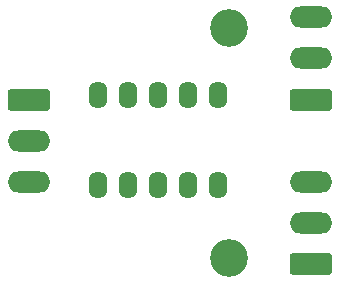
<source format=gbr>
%TF.GenerationSoftware,KiCad,Pcbnew,8.0.2*%
%TF.CreationDate,2024-07-29T23:59:12+02:00*%
%TF.ProjectId,latchingRelay,6c617463-6869-46e6-9752-656c61792e6b,rev?*%
%TF.SameCoordinates,Original*%
%TF.FileFunction,Soldermask,Bot*%
%TF.FilePolarity,Negative*%
%FSLAX46Y46*%
G04 Gerber Fmt 4.6, Leading zero omitted, Abs format (unit mm)*
G04 Created by KiCad (PCBNEW 8.0.2) date 2024-07-29 23:59:12*
%MOMM*%
%LPD*%
G01*
G04 APERTURE LIST*
G04 Aperture macros list*
%AMRoundRect*
0 Rectangle with rounded corners*
0 $1 Rounding radius*
0 $2 $3 $4 $5 $6 $7 $8 $9 X,Y pos of 4 corners*
0 Add a 4 corners polygon primitive as box body*
4,1,4,$2,$3,$4,$5,$6,$7,$8,$9,$2,$3,0*
0 Add four circle primitives for the rounded corners*
1,1,$1+$1,$2,$3*
1,1,$1+$1,$4,$5*
1,1,$1+$1,$6,$7*
1,1,$1+$1,$8,$9*
0 Add four rect primitives between the rounded corners*
20,1,$1+$1,$2,$3,$4,$5,0*
20,1,$1+$1,$4,$5,$6,$7,0*
20,1,$1+$1,$6,$7,$8,$9,0*
20,1,$1+$1,$8,$9,$2,$3,0*%
G04 Aperture macros list end*
%ADD10C,3.200000*%
%ADD11RoundRect,0.250000X1.550000X-0.650000X1.550000X0.650000X-1.550000X0.650000X-1.550000X-0.650000X0*%
%ADD12O,3.600000X1.800000*%
%ADD13RoundRect,0.250000X-1.550000X0.650000X-1.550000X-0.650000X1.550000X-0.650000X1.550000X0.650000X0*%
%ADD14O,1.600000X2.300000*%
G04 APERTURE END LIST*
D10*
%TO.C,REF\u002A\u002A*%
X152000000Y-98500000D03*
%TD*%
D11*
%TO.C,J102*%
X159000000Y-99000000D03*
D12*
X159000000Y-95500000D03*
X159000000Y-92000000D03*
%TD*%
D11*
%TO.C,J103*%
X159000000Y-85055000D03*
D12*
X159000000Y-81555000D03*
X159000000Y-78055000D03*
%TD*%
D13*
%TO.C,J101*%
X135139500Y-85074000D03*
D12*
X135139500Y-88574000D03*
X135139500Y-92074000D03*
%TD*%
D14*
%TO.C,K101*%
X140925000Y-92325000D03*
X143465000Y-92325000D03*
X146005000Y-92325000D03*
X148545000Y-92325000D03*
X151085000Y-92325000D03*
X151085000Y-84705000D03*
X148545000Y-84705000D03*
X146005000Y-84705000D03*
X143465000Y-84705000D03*
X140925000Y-84705000D03*
%TD*%
D10*
%TO.C,REF\u002A\u002A*%
X152000000Y-79000000D03*
%TD*%
M02*

</source>
